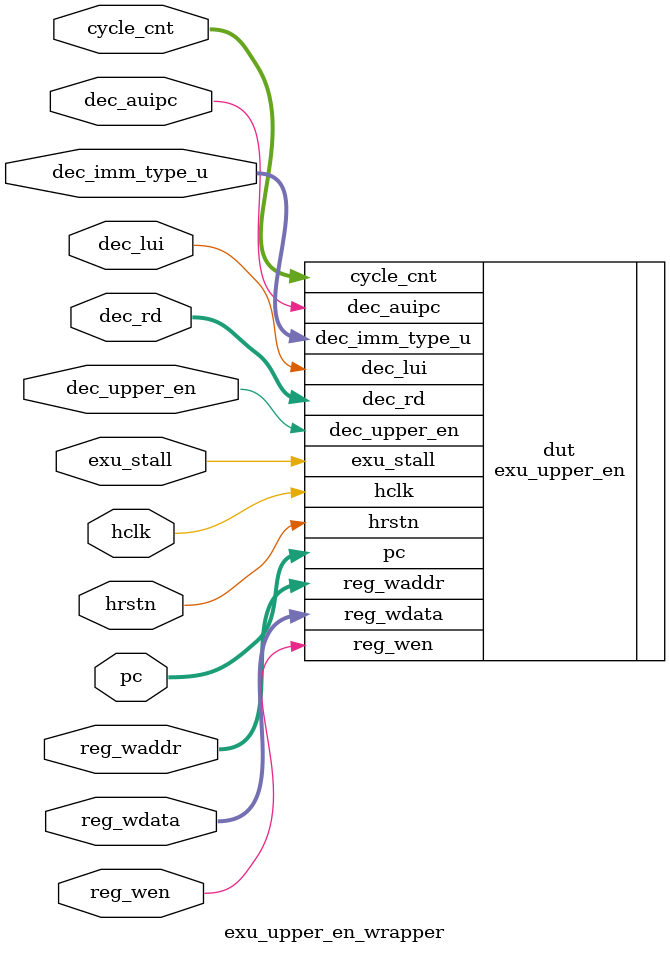
<source format=v>
module exu_upper_en_wrapper (
    input hclk,
    input hrstn,
    input [3:0] cycle_cnt,
    input dec_upper_en,
    input dec_lui,
    input dec_auipc,
    input [19:0] dec_imm_type_u,
    input [4:0] dec_rd,
    input [31:0] pc,
    input exu_stall,
    inout [4:0] reg_waddr,
    inout reg_wen,
    inout [31:0] reg_wdata
);

    exu_upper_en dut (
        .hclk(hclk),
        .hrstn(hrstn),
        .cycle_cnt(cycle_cnt),
        .dec_upper_en(dec_upper_en),
        .dec_lui(dec_lui),
        .dec_auipc(dec_auipc),
        .dec_imm_type_u(dec_imm_type_u),
        .dec_rd(dec_rd),
        .pc(pc),
        .exu_stall(exu_stall),
        .reg_waddr(reg_waddr),
        .reg_wen(reg_wen),
        .reg_wdata(reg_wdata)
    );
    initial begin
        $dumpfile("exu_upper_cocotb.vcd");
        $dumpvars(0, exu_upper_en_wrapper);
    end
endmodule

</source>
